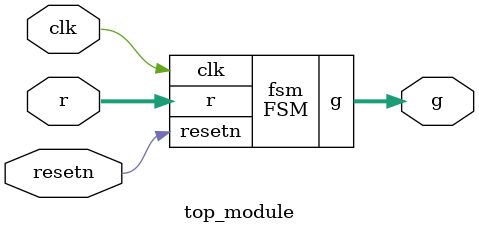
<source format=sv>
module FSM (
	input clk,
	input resetn,
	input [2:0] r,
	output [2:0] g
);
	
	reg [3:0] state;
	wire r1, r2, r3;
	assign {r1, r2, r3} = r;
	
	parameter A = 4'b0000;
	parameter B = 4'b0001;
	parameter C = 4'b0010;
	parameter D = 4'b0011;
	
	always @(posedge clk or negedge resetn) begin
		if (!resetn)
			state <= A;
		else begin
			case (state)
				A: begin
					if (!r1 && !r2 && !r3)
						state <= A;
					else if (r1)
						state <= B;
					else if (!r1 && r2)
						state <= C;
					else if (!r1 && !r2 && !r3)
						state <= D;
				end
				B: begin
					if (r1 && g[1])
						state <= B;
					else if (!r1 && !g[1])
						state <= A;
				end
				C: begin
					if (r2 && g[2])
						state <= C;
					else if (!r2 && !g[2])
						state <= A;
				end
				D: begin
					if (r1 || r2 || r3)
						state <= A;
				end
			endcase
		end
	end
	
	always @(posedge clk) begin
		case (state)
			A: begin
				g[1] <= 1'b1;
				g[2] <= 1'b0;
				g[3] <= 1'b0;
			end
			B: begin
				g[1] <= 1'b1;
				g[2] <= 1'b0;
				g[3] <= 1'b0;
			end
			C: begin
				g[1] <= 1'b0;
				g[2] <= 1'b1;
				g[3] <= 1'b0;
			end
			D: begin
				g[1] <= 1'b0;
				g[2] <= 1'b0;
				g[3] <= 1'b0;
			end
		endcase
	end
	
endmodule
module top_module (
	input clk,
	input resetn,
	input [3:1] r,
	output [3:1] g
);
	
	FSM fsm (
		.clk(clk),
		.resetn(resetn),
		.r(r),
		.g(g)
	);
	
endmodule

</source>
